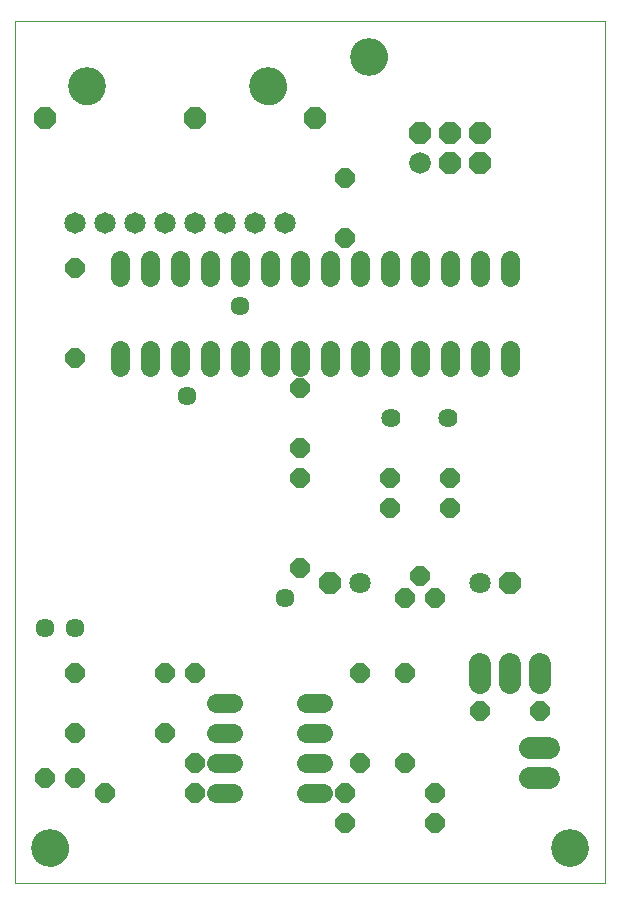
<source format=gbs>
G75*
%MOIN*%
%OFA0B0*%
%FSLAX25Y25*%
%IPPOS*%
%LPD*%
%AMOC8*
5,1,8,0,0,1.08239X$1,22.5*
%
%ADD10C,0.00000*%
%ADD11C,0.12611*%
%ADD12C,0.06400*%
%ADD13OC8,0.06400*%
%ADD14C,0.07200*%
%ADD15C,0.07200*%
%ADD16OC8,0.07200*%
%ADD17C,0.06400*%
%ADD18OC8,0.07100*%
%ADD19C,0.07100*%
%ADD20C,0.07137*%
%ADD21C,0.06350*%
%ADD22OC8,0.07137*%
D10*
X0019478Y0006800D02*
X0019478Y0294202D01*
X0216329Y0294202D01*
X0216329Y0006800D01*
X0019478Y0006800D01*
X0025383Y0018611D02*
X0025385Y0018764D01*
X0025391Y0018918D01*
X0025401Y0019071D01*
X0025415Y0019223D01*
X0025433Y0019376D01*
X0025455Y0019527D01*
X0025480Y0019678D01*
X0025510Y0019829D01*
X0025544Y0019979D01*
X0025581Y0020127D01*
X0025622Y0020275D01*
X0025667Y0020421D01*
X0025716Y0020567D01*
X0025769Y0020711D01*
X0025825Y0020853D01*
X0025885Y0020994D01*
X0025949Y0021134D01*
X0026016Y0021272D01*
X0026087Y0021408D01*
X0026162Y0021542D01*
X0026239Y0021674D01*
X0026321Y0021804D01*
X0026405Y0021932D01*
X0026493Y0022058D01*
X0026584Y0022181D01*
X0026678Y0022302D01*
X0026776Y0022420D01*
X0026876Y0022536D01*
X0026980Y0022649D01*
X0027086Y0022760D01*
X0027195Y0022868D01*
X0027307Y0022973D01*
X0027421Y0023074D01*
X0027539Y0023173D01*
X0027658Y0023269D01*
X0027780Y0023362D01*
X0027905Y0023451D01*
X0028032Y0023538D01*
X0028161Y0023620D01*
X0028292Y0023700D01*
X0028425Y0023776D01*
X0028560Y0023849D01*
X0028697Y0023918D01*
X0028836Y0023983D01*
X0028976Y0024045D01*
X0029118Y0024103D01*
X0029261Y0024158D01*
X0029406Y0024209D01*
X0029552Y0024256D01*
X0029699Y0024299D01*
X0029847Y0024338D01*
X0029996Y0024374D01*
X0030146Y0024405D01*
X0030297Y0024433D01*
X0030448Y0024457D01*
X0030601Y0024477D01*
X0030753Y0024493D01*
X0030906Y0024505D01*
X0031059Y0024513D01*
X0031212Y0024517D01*
X0031366Y0024517D01*
X0031519Y0024513D01*
X0031672Y0024505D01*
X0031825Y0024493D01*
X0031977Y0024477D01*
X0032130Y0024457D01*
X0032281Y0024433D01*
X0032432Y0024405D01*
X0032582Y0024374D01*
X0032731Y0024338D01*
X0032879Y0024299D01*
X0033026Y0024256D01*
X0033172Y0024209D01*
X0033317Y0024158D01*
X0033460Y0024103D01*
X0033602Y0024045D01*
X0033742Y0023983D01*
X0033881Y0023918D01*
X0034018Y0023849D01*
X0034153Y0023776D01*
X0034286Y0023700D01*
X0034417Y0023620D01*
X0034546Y0023538D01*
X0034673Y0023451D01*
X0034798Y0023362D01*
X0034920Y0023269D01*
X0035039Y0023173D01*
X0035157Y0023074D01*
X0035271Y0022973D01*
X0035383Y0022868D01*
X0035492Y0022760D01*
X0035598Y0022649D01*
X0035702Y0022536D01*
X0035802Y0022420D01*
X0035900Y0022302D01*
X0035994Y0022181D01*
X0036085Y0022058D01*
X0036173Y0021932D01*
X0036257Y0021804D01*
X0036339Y0021674D01*
X0036416Y0021542D01*
X0036491Y0021408D01*
X0036562Y0021272D01*
X0036629Y0021134D01*
X0036693Y0020994D01*
X0036753Y0020853D01*
X0036809Y0020711D01*
X0036862Y0020567D01*
X0036911Y0020421D01*
X0036956Y0020275D01*
X0036997Y0020127D01*
X0037034Y0019979D01*
X0037068Y0019829D01*
X0037098Y0019678D01*
X0037123Y0019527D01*
X0037145Y0019376D01*
X0037163Y0019223D01*
X0037177Y0019071D01*
X0037187Y0018918D01*
X0037193Y0018764D01*
X0037195Y0018611D01*
X0037193Y0018458D01*
X0037187Y0018304D01*
X0037177Y0018151D01*
X0037163Y0017999D01*
X0037145Y0017846D01*
X0037123Y0017695D01*
X0037098Y0017544D01*
X0037068Y0017393D01*
X0037034Y0017243D01*
X0036997Y0017095D01*
X0036956Y0016947D01*
X0036911Y0016801D01*
X0036862Y0016655D01*
X0036809Y0016511D01*
X0036753Y0016369D01*
X0036693Y0016228D01*
X0036629Y0016088D01*
X0036562Y0015950D01*
X0036491Y0015814D01*
X0036416Y0015680D01*
X0036339Y0015548D01*
X0036257Y0015418D01*
X0036173Y0015290D01*
X0036085Y0015164D01*
X0035994Y0015041D01*
X0035900Y0014920D01*
X0035802Y0014802D01*
X0035702Y0014686D01*
X0035598Y0014573D01*
X0035492Y0014462D01*
X0035383Y0014354D01*
X0035271Y0014249D01*
X0035157Y0014148D01*
X0035039Y0014049D01*
X0034920Y0013953D01*
X0034798Y0013860D01*
X0034673Y0013771D01*
X0034546Y0013684D01*
X0034417Y0013602D01*
X0034286Y0013522D01*
X0034153Y0013446D01*
X0034018Y0013373D01*
X0033881Y0013304D01*
X0033742Y0013239D01*
X0033602Y0013177D01*
X0033460Y0013119D01*
X0033317Y0013064D01*
X0033172Y0013013D01*
X0033026Y0012966D01*
X0032879Y0012923D01*
X0032731Y0012884D01*
X0032582Y0012848D01*
X0032432Y0012817D01*
X0032281Y0012789D01*
X0032130Y0012765D01*
X0031977Y0012745D01*
X0031825Y0012729D01*
X0031672Y0012717D01*
X0031519Y0012709D01*
X0031366Y0012705D01*
X0031212Y0012705D01*
X0031059Y0012709D01*
X0030906Y0012717D01*
X0030753Y0012729D01*
X0030601Y0012745D01*
X0030448Y0012765D01*
X0030297Y0012789D01*
X0030146Y0012817D01*
X0029996Y0012848D01*
X0029847Y0012884D01*
X0029699Y0012923D01*
X0029552Y0012966D01*
X0029406Y0013013D01*
X0029261Y0013064D01*
X0029118Y0013119D01*
X0028976Y0013177D01*
X0028836Y0013239D01*
X0028697Y0013304D01*
X0028560Y0013373D01*
X0028425Y0013446D01*
X0028292Y0013522D01*
X0028161Y0013602D01*
X0028032Y0013684D01*
X0027905Y0013771D01*
X0027780Y0013860D01*
X0027658Y0013953D01*
X0027539Y0014049D01*
X0027421Y0014148D01*
X0027307Y0014249D01*
X0027195Y0014354D01*
X0027086Y0014462D01*
X0026980Y0014573D01*
X0026876Y0014686D01*
X0026776Y0014802D01*
X0026678Y0014920D01*
X0026584Y0015041D01*
X0026493Y0015164D01*
X0026405Y0015290D01*
X0026321Y0015418D01*
X0026239Y0015548D01*
X0026162Y0015680D01*
X0026087Y0015814D01*
X0026016Y0015950D01*
X0025949Y0016088D01*
X0025885Y0016228D01*
X0025825Y0016369D01*
X0025769Y0016511D01*
X0025716Y0016655D01*
X0025667Y0016801D01*
X0025622Y0016947D01*
X0025581Y0017095D01*
X0025544Y0017243D01*
X0025510Y0017393D01*
X0025480Y0017544D01*
X0025455Y0017695D01*
X0025433Y0017846D01*
X0025415Y0017999D01*
X0025401Y0018151D01*
X0025391Y0018304D01*
X0025385Y0018458D01*
X0025383Y0018611D01*
X0198612Y0018611D02*
X0198614Y0018764D01*
X0198620Y0018918D01*
X0198630Y0019071D01*
X0198644Y0019223D01*
X0198662Y0019376D01*
X0198684Y0019527D01*
X0198709Y0019678D01*
X0198739Y0019829D01*
X0198773Y0019979D01*
X0198810Y0020127D01*
X0198851Y0020275D01*
X0198896Y0020421D01*
X0198945Y0020567D01*
X0198998Y0020711D01*
X0199054Y0020853D01*
X0199114Y0020994D01*
X0199178Y0021134D01*
X0199245Y0021272D01*
X0199316Y0021408D01*
X0199391Y0021542D01*
X0199468Y0021674D01*
X0199550Y0021804D01*
X0199634Y0021932D01*
X0199722Y0022058D01*
X0199813Y0022181D01*
X0199907Y0022302D01*
X0200005Y0022420D01*
X0200105Y0022536D01*
X0200209Y0022649D01*
X0200315Y0022760D01*
X0200424Y0022868D01*
X0200536Y0022973D01*
X0200650Y0023074D01*
X0200768Y0023173D01*
X0200887Y0023269D01*
X0201009Y0023362D01*
X0201134Y0023451D01*
X0201261Y0023538D01*
X0201390Y0023620D01*
X0201521Y0023700D01*
X0201654Y0023776D01*
X0201789Y0023849D01*
X0201926Y0023918D01*
X0202065Y0023983D01*
X0202205Y0024045D01*
X0202347Y0024103D01*
X0202490Y0024158D01*
X0202635Y0024209D01*
X0202781Y0024256D01*
X0202928Y0024299D01*
X0203076Y0024338D01*
X0203225Y0024374D01*
X0203375Y0024405D01*
X0203526Y0024433D01*
X0203677Y0024457D01*
X0203830Y0024477D01*
X0203982Y0024493D01*
X0204135Y0024505D01*
X0204288Y0024513D01*
X0204441Y0024517D01*
X0204595Y0024517D01*
X0204748Y0024513D01*
X0204901Y0024505D01*
X0205054Y0024493D01*
X0205206Y0024477D01*
X0205359Y0024457D01*
X0205510Y0024433D01*
X0205661Y0024405D01*
X0205811Y0024374D01*
X0205960Y0024338D01*
X0206108Y0024299D01*
X0206255Y0024256D01*
X0206401Y0024209D01*
X0206546Y0024158D01*
X0206689Y0024103D01*
X0206831Y0024045D01*
X0206971Y0023983D01*
X0207110Y0023918D01*
X0207247Y0023849D01*
X0207382Y0023776D01*
X0207515Y0023700D01*
X0207646Y0023620D01*
X0207775Y0023538D01*
X0207902Y0023451D01*
X0208027Y0023362D01*
X0208149Y0023269D01*
X0208268Y0023173D01*
X0208386Y0023074D01*
X0208500Y0022973D01*
X0208612Y0022868D01*
X0208721Y0022760D01*
X0208827Y0022649D01*
X0208931Y0022536D01*
X0209031Y0022420D01*
X0209129Y0022302D01*
X0209223Y0022181D01*
X0209314Y0022058D01*
X0209402Y0021932D01*
X0209486Y0021804D01*
X0209568Y0021674D01*
X0209645Y0021542D01*
X0209720Y0021408D01*
X0209791Y0021272D01*
X0209858Y0021134D01*
X0209922Y0020994D01*
X0209982Y0020853D01*
X0210038Y0020711D01*
X0210091Y0020567D01*
X0210140Y0020421D01*
X0210185Y0020275D01*
X0210226Y0020127D01*
X0210263Y0019979D01*
X0210297Y0019829D01*
X0210327Y0019678D01*
X0210352Y0019527D01*
X0210374Y0019376D01*
X0210392Y0019223D01*
X0210406Y0019071D01*
X0210416Y0018918D01*
X0210422Y0018764D01*
X0210424Y0018611D01*
X0210422Y0018458D01*
X0210416Y0018304D01*
X0210406Y0018151D01*
X0210392Y0017999D01*
X0210374Y0017846D01*
X0210352Y0017695D01*
X0210327Y0017544D01*
X0210297Y0017393D01*
X0210263Y0017243D01*
X0210226Y0017095D01*
X0210185Y0016947D01*
X0210140Y0016801D01*
X0210091Y0016655D01*
X0210038Y0016511D01*
X0209982Y0016369D01*
X0209922Y0016228D01*
X0209858Y0016088D01*
X0209791Y0015950D01*
X0209720Y0015814D01*
X0209645Y0015680D01*
X0209568Y0015548D01*
X0209486Y0015418D01*
X0209402Y0015290D01*
X0209314Y0015164D01*
X0209223Y0015041D01*
X0209129Y0014920D01*
X0209031Y0014802D01*
X0208931Y0014686D01*
X0208827Y0014573D01*
X0208721Y0014462D01*
X0208612Y0014354D01*
X0208500Y0014249D01*
X0208386Y0014148D01*
X0208268Y0014049D01*
X0208149Y0013953D01*
X0208027Y0013860D01*
X0207902Y0013771D01*
X0207775Y0013684D01*
X0207646Y0013602D01*
X0207515Y0013522D01*
X0207382Y0013446D01*
X0207247Y0013373D01*
X0207110Y0013304D01*
X0206971Y0013239D01*
X0206831Y0013177D01*
X0206689Y0013119D01*
X0206546Y0013064D01*
X0206401Y0013013D01*
X0206255Y0012966D01*
X0206108Y0012923D01*
X0205960Y0012884D01*
X0205811Y0012848D01*
X0205661Y0012817D01*
X0205510Y0012789D01*
X0205359Y0012765D01*
X0205206Y0012745D01*
X0205054Y0012729D01*
X0204901Y0012717D01*
X0204748Y0012709D01*
X0204595Y0012705D01*
X0204441Y0012705D01*
X0204288Y0012709D01*
X0204135Y0012717D01*
X0203982Y0012729D01*
X0203830Y0012745D01*
X0203677Y0012765D01*
X0203526Y0012789D01*
X0203375Y0012817D01*
X0203225Y0012848D01*
X0203076Y0012884D01*
X0202928Y0012923D01*
X0202781Y0012966D01*
X0202635Y0013013D01*
X0202490Y0013064D01*
X0202347Y0013119D01*
X0202205Y0013177D01*
X0202065Y0013239D01*
X0201926Y0013304D01*
X0201789Y0013373D01*
X0201654Y0013446D01*
X0201521Y0013522D01*
X0201390Y0013602D01*
X0201261Y0013684D01*
X0201134Y0013771D01*
X0201009Y0013860D01*
X0200887Y0013953D01*
X0200768Y0014049D01*
X0200650Y0014148D01*
X0200536Y0014249D01*
X0200424Y0014354D01*
X0200315Y0014462D01*
X0200209Y0014573D01*
X0200105Y0014686D01*
X0200005Y0014802D01*
X0199907Y0014920D01*
X0199813Y0015041D01*
X0199722Y0015164D01*
X0199634Y0015290D01*
X0199550Y0015418D01*
X0199468Y0015548D01*
X0199391Y0015680D01*
X0199316Y0015814D01*
X0199245Y0015950D01*
X0199178Y0016088D01*
X0199114Y0016228D01*
X0199054Y0016369D01*
X0198998Y0016511D01*
X0198945Y0016655D01*
X0198896Y0016801D01*
X0198851Y0016947D01*
X0198810Y0017095D01*
X0198773Y0017243D01*
X0198739Y0017393D01*
X0198709Y0017544D01*
X0198684Y0017695D01*
X0198662Y0017846D01*
X0198644Y0017999D01*
X0198630Y0018151D01*
X0198620Y0018304D01*
X0198614Y0018458D01*
X0198612Y0018611D01*
X0098061Y0272469D02*
X0098063Y0272622D01*
X0098069Y0272776D01*
X0098079Y0272929D01*
X0098093Y0273081D01*
X0098111Y0273234D01*
X0098133Y0273385D01*
X0098158Y0273536D01*
X0098188Y0273687D01*
X0098222Y0273837D01*
X0098259Y0273985D01*
X0098300Y0274133D01*
X0098345Y0274279D01*
X0098394Y0274425D01*
X0098447Y0274569D01*
X0098503Y0274711D01*
X0098563Y0274852D01*
X0098627Y0274992D01*
X0098694Y0275130D01*
X0098765Y0275266D01*
X0098840Y0275400D01*
X0098917Y0275532D01*
X0098999Y0275662D01*
X0099083Y0275790D01*
X0099171Y0275916D01*
X0099262Y0276039D01*
X0099356Y0276160D01*
X0099454Y0276278D01*
X0099554Y0276394D01*
X0099658Y0276507D01*
X0099764Y0276618D01*
X0099873Y0276726D01*
X0099985Y0276831D01*
X0100099Y0276932D01*
X0100217Y0277031D01*
X0100336Y0277127D01*
X0100458Y0277220D01*
X0100583Y0277309D01*
X0100710Y0277396D01*
X0100839Y0277478D01*
X0100970Y0277558D01*
X0101103Y0277634D01*
X0101238Y0277707D01*
X0101375Y0277776D01*
X0101514Y0277841D01*
X0101654Y0277903D01*
X0101796Y0277961D01*
X0101939Y0278016D01*
X0102084Y0278067D01*
X0102230Y0278114D01*
X0102377Y0278157D01*
X0102525Y0278196D01*
X0102674Y0278232D01*
X0102824Y0278263D01*
X0102975Y0278291D01*
X0103126Y0278315D01*
X0103279Y0278335D01*
X0103431Y0278351D01*
X0103584Y0278363D01*
X0103737Y0278371D01*
X0103890Y0278375D01*
X0104044Y0278375D01*
X0104197Y0278371D01*
X0104350Y0278363D01*
X0104503Y0278351D01*
X0104655Y0278335D01*
X0104808Y0278315D01*
X0104959Y0278291D01*
X0105110Y0278263D01*
X0105260Y0278232D01*
X0105409Y0278196D01*
X0105557Y0278157D01*
X0105704Y0278114D01*
X0105850Y0278067D01*
X0105995Y0278016D01*
X0106138Y0277961D01*
X0106280Y0277903D01*
X0106420Y0277841D01*
X0106559Y0277776D01*
X0106696Y0277707D01*
X0106831Y0277634D01*
X0106964Y0277558D01*
X0107095Y0277478D01*
X0107224Y0277396D01*
X0107351Y0277309D01*
X0107476Y0277220D01*
X0107598Y0277127D01*
X0107717Y0277031D01*
X0107835Y0276932D01*
X0107949Y0276831D01*
X0108061Y0276726D01*
X0108170Y0276618D01*
X0108276Y0276507D01*
X0108380Y0276394D01*
X0108480Y0276278D01*
X0108578Y0276160D01*
X0108672Y0276039D01*
X0108763Y0275916D01*
X0108851Y0275790D01*
X0108935Y0275662D01*
X0109017Y0275532D01*
X0109094Y0275400D01*
X0109169Y0275266D01*
X0109240Y0275130D01*
X0109307Y0274992D01*
X0109371Y0274852D01*
X0109431Y0274711D01*
X0109487Y0274569D01*
X0109540Y0274425D01*
X0109589Y0274279D01*
X0109634Y0274133D01*
X0109675Y0273985D01*
X0109712Y0273837D01*
X0109746Y0273687D01*
X0109776Y0273536D01*
X0109801Y0273385D01*
X0109823Y0273234D01*
X0109841Y0273081D01*
X0109855Y0272929D01*
X0109865Y0272776D01*
X0109871Y0272622D01*
X0109873Y0272469D01*
X0109871Y0272316D01*
X0109865Y0272162D01*
X0109855Y0272009D01*
X0109841Y0271857D01*
X0109823Y0271704D01*
X0109801Y0271553D01*
X0109776Y0271402D01*
X0109746Y0271251D01*
X0109712Y0271101D01*
X0109675Y0270953D01*
X0109634Y0270805D01*
X0109589Y0270659D01*
X0109540Y0270513D01*
X0109487Y0270369D01*
X0109431Y0270227D01*
X0109371Y0270086D01*
X0109307Y0269946D01*
X0109240Y0269808D01*
X0109169Y0269672D01*
X0109094Y0269538D01*
X0109017Y0269406D01*
X0108935Y0269276D01*
X0108851Y0269148D01*
X0108763Y0269022D01*
X0108672Y0268899D01*
X0108578Y0268778D01*
X0108480Y0268660D01*
X0108380Y0268544D01*
X0108276Y0268431D01*
X0108170Y0268320D01*
X0108061Y0268212D01*
X0107949Y0268107D01*
X0107835Y0268006D01*
X0107717Y0267907D01*
X0107598Y0267811D01*
X0107476Y0267718D01*
X0107351Y0267629D01*
X0107224Y0267542D01*
X0107095Y0267460D01*
X0106964Y0267380D01*
X0106831Y0267304D01*
X0106696Y0267231D01*
X0106559Y0267162D01*
X0106420Y0267097D01*
X0106280Y0267035D01*
X0106138Y0266977D01*
X0105995Y0266922D01*
X0105850Y0266871D01*
X0105704Y0266824D01*
X0105557Y0266781D01*
X0105409Y0266742D01*
X0105260Y0266706D01*
X0105110Y0266675D01*
X0104959Y0266647D01*
X0104808Y0266623D01*
X0104655Y0266603D01*
X0104503Y0266587D01*
X0104350Y0266575D01*
X0104197Y0266567D01*
X0104044Y0266563D01*
X0103890Y0266563D01*
X0103737Y0266567D01*
X0103584Y0266575D01*
X0103431Y0266587D01*
X0103279Y0266603D01*
X0103126Y0266623D01*
X0102975Y0266647D01*
X0102824Y0266675D01*
X0102674Y0266706D01*
X0102525Y0266742D01*
X0102377Y0266781D01*
X0102230Y0266824D01*
X0102084Y0266871D01*
X0101939Y0266922D01*
X0101796Y0266977D01*
X0101654Y0267035D01*
X0101514Y0267097D01*
X0101375Y0267162D01*
X0101238Y0267231D01*
X0101103Y0267304D01*
X0100970Y0267380D01*
X0100839Y0267460D01*
X0100710Y0267542D01*
X0100583Y0267629D01*
X0100458Y0267718D01*
X0100336Y0267811D01*
X0100217Y0267907D01*
X0100099Y0268006D01*
X0099985Y0268107D01*
X0099873Y0268212D01*
X0099764Y0268320D01*
X0099658Y0268431D01*
X0099554Y0268544D01*
X0099454Y0268660D01*
X0099356Y0268778D01*
X0099262Y0268899D01*
X0099171Y0269022D01*
X0099083Y0269148D01*
X0098999Y0269276D01*
X0098917Y0269406D01*
X0098840Y0269538D01*
X0098765Y0269672D01*
X0098694Y0269808D01*
X0098627Y0269946D01*
X0098563Y0270086D01*
X0098503Y0270227D01*
X0098447Y0270369D01*
X0098394Y0270513D01*
X0098345Y0270659D01*
X0098300Y0270805D01*
X0098259Y0270953D01*
X0098222Y0271101D01*
X0098188Y0271251D01*
X0098158Y0271402D01*
X0098133Y0271553D01*
X0098111Y0271704D01*
X0098093Y0271857D01*
X0098079Y0272009D01*
X0098069Y0272162D01*
X0098063Y0272316D01*
X0098061Y0272469D01*
X0131683Y0282391D02*
X0131685Y0282544D01*
X0131691Y0282698D01*
X0131701Y0282851D01*
X0131715Y0283003D01*
X0131733Y0283156D01*
X0131755Y0283307D01*
X0131780Y0283458D01*
X0131810Y0283609D01*
X0131844Y0283759D01*
X0131881Y0283907D01*
X0131922Y0284055D01*
X0131967Y0284201D01*
X0132016Y0284347D01*
X0132069Y0284491D01*
X0132125Y0284633D01*
X0132185Y0284774D01*
X0132249Y0284914D01*
X0132316Y0285052D01*
X0132387Y0285188D01*
X0132462Y0285322D01*
X0132539Y0285454D01*
X0132621Y0285584D01*
X0132705Y0285712D01*
X0132793Y0285838D01*
X0132884Y0285961D01*
X0132978Y0286082D01*
X0133076Y0286200D01*
X0133176Y0286316D01*
X0133280Y0286429D01*
X0133386Y0286540D01*
X0133495Y0286648D01*
X0133607Y0286753D01*
X0133721Y0286854D01*
X0133839Y0286953D01*
X0133958Y0287049D01*
X0134080Y0287142D01*
X0134205Y0287231D01*
X0134332Y0287318D01*
X0134461Y0287400D01*
X0134592Y0287480D01*
X0134725Y0287556D01*
X0134860Y0287629D01*
X0134997Y0287698D01*
X0135136Y0287763D01*
X0135276Y0287825D01*
X0135418Y0287883D01*
X0135561Y0287938D01*
X0135706Y0287989D01*
X0135852Y0288036D01*
X0135999Y0288079D01*
X0136147Y0288118D01*
X0136296Y0288154D01*
X0136446Y0288185D01*
X0136597Y0288213D01*
X0136748Y0288237D01*
X0136901Y0288257D01*
X0137053Y0288273D01*
X0137206Y0288285D01*
X0137359Y0288293D01*
X0137512Y0288297D01*
X0137666Y0288297D01*
X0137819Y0288293D01*
X0137972Y0288285D01*
X0138125Y0288273D01*
X0138277Y0288257D01*
X0138430Y0288237D01*
X0138581Y0288213D01*
X0138732Y0288185D01*
X0138882Y0288154D01*
X0139031Y0288118D01*
X0139179Y0288079D01*
X0139326Y0288036D01*
X0139472Y0287989D01*
X0139617Y0287938D01*
X0139760Y0287883D01*
X0139902Y0287825D01*
X0140042Y0287763D01*
X0140181Y0287698D01*
X0140318Y0287629D01*
X0140453Y0287556D01*
X0140586Y0287480D01*
X0140717Y0287400D01*
X0140846Y0287318D01*
X0140973Y0287231D01*
X0141098Y0287142D01*
X0141220Y0287049D01*
X0141339Y0286953D01*
X0141457Y0286854D01*
X0141571Y0286753D01*
X0141683Y0286648D01*
X0141792Y0286540D01*
X0141898Y0286429D01*
X0142002Y0286316D01*
X0142102Y0286200D01*
X0142200Y0286082D01*
X0142294Y0285961D01*
X0142385Y0285838D01*
X0142473Y0285712D01*
X0142557Y0285584D01*
X0142639Y0285454D01*
X0142716Y0285322D01*
X0142791Y0285188D01*
X0142862Y0285052D01*
X0142929Y0284914D01*
X0142993Y0284774D01*
X0143053Y0284633D01*
X0143109Y0284491D01*
X0143162Y0284347D01*
X0143211Y0284201D01*
X0143256Y0284055D01*
X0143297Y0283907D01*
X0143334Y0283759D01*
X0143368Y0283609D01*
X0143398Y0283458D01*
X0143423Y0283307D01*
X0143445Y0283156D01*
X0143463Y0283003D01*
X0143477Y0282851D01*
X0143487Y0282698D01*
X0143493Y0282544D01*
X0143495Y0282391D01*
X0143493Y0282238D01*
X0143487Y0282084D01*
X0143477Y0281931D01*
X0143463Y0281779D01*
X0143445Y0281626D01*
X0143423Y0281475D01*
X0143398Y0281324D01*
X0143368Y0281173D01*
X0143334Y0281023D01*
X0143297Y0280875D01*
X0143256Y0280727D01*
X0143211Y0280581D01*
X0143162Y0280435D01*
X0143109Y0280291D01*
X0143053Y0280149D01*
X0142993Y0280008D01*
X0142929Y0279868D01*
X0142862Y0279730D01*
X0142791Y0279594D01*
X0142716Y0279460D01*
X0142639Y0279328D01*
X0142557Y0279198D01*
X0142473Y0279070D01*
X0142385Y0278944D01*
X0142294Y0278821D01*
X0142200Y0278700D01*
X0142102Y0278582D01*
X0142002Y0278466D01*
X0141898Y0278353D01*
X0141792Y0278242D01*
X0141683Y0278134D01*
X0141571Y0278029D01*
X0141457Y0277928D01*
X0141339Y0277829D01*
X0141220Y0277733D01*
X0141098Y0277640D01*
X0140973Y0277551D01*
X0140846Y0277464D01*
X0140717Y0277382D01*
X0140586Y0277302D01*
X0140453Y0277226D01*
X0140318Y0277153D01*
X0140181Y0277084D01*
X0140042Y0277019D01*
X0139902Y0276957D01*
X0139760Y0276899D01*
X0139617Y0276844D01*
X0139472Y0276793D01*
X0139326Y0276746D01*
X0139179Y0276703D01*
X0139031Y0276664D01*
X0138882Y0276628D01*
X0138732Y0276597D01*
X0138581Y0276569D01*
X0138430Y0276545D01*
X0138277Y0276525D01*
X0138125Y0276509D01*
X0137972Y0276497D01*
X0137819Y0276489D01*
X0137666Y0276485D01*
X0137512Y0276485D01*
X0137359Y0276489D01*
X0137206Y0276497D01*
X0137053Y0276509D01*
X0136901Y0276525D01*
X0136748Y0276545D01*
X0136597Y0276569D01*
X0136446Y0276597D01*
X0136296Y0276628D01*
X0136147Y0276664D01*
X0135999Y0276703D01*
X0135852Y0276746D01*
X0135706Y0276793D01*
X0135561Y0276844D01*
X0135418Y0276899D01*
X0135276Y0276957D01*
X0135136Y0277019D01*
X0134997Y0277084D01*
X0134860Y0277153D01*
X0134725Y0277226D01*
X0134592Y0277302D01*
X0134461Y0277382D01*
X0134332Y0277464D01*
X0134205Y0277551D01*
X0134080Y0277640D01*
X0133958Y0277733D01*
X0133839Y0277829D01*
X0133721Y0277928D01*
X0133607Y0278029D01*
X0133495Y0278134D01*
X0133386Y0278242D01*
X0133280Y0278353D01*
X0133176Y0278466D01*
X0133076Y0278582D01*
X0132978Y0278700D01*
X0132884Y0278821D01*
X0132793Y0278944D01*
X0132705Y0279070D01*
X0132621Y0279198D01*
X0132539Y0279328D01*
X0132462Y0279460D01*
X0132387Y0279594D01*
X0132316Y0279730D01*
X0132249Y0279868D01*
X0132185Y0280008D01*
X0132125Y0280149D01*
X0132069Y0280291D01*
X0132016Y0280435D01*
X0131967Y0280581D01*
X0131922Y0280727D01*
X0131881Y0280875D01*
X0131844Y0281023D01*
X0131810Y0281173D01*
X0131780Y0281324D01*
X0131755Y0281475D01*
X0131733Y0281626D01*
X0131715Y0281779D01*
X0131701Y0281931D01*
X0131691Y0282084D01*
X0131685Y0282238D01*
X0131683Y0282391D01*
X0037509Y0272469D02*
X0037511Y0272622D01*
X0037517Y0272776D01*
X0037527Y0272929D01*
X0037541Y0273081D01*
X0037559Y0273234D01*
X0037581Y0273385D01*
X0037606Y0273536D01*
X0037636Y0273687D01*
X0037670Y0273837D01*
X0037707Y0273985D01*
X0037748Y0274133D01*
X0037793Y0274279D01*
X0037842Y0274425D01*
X0037895Y0274569D01*
X0037951Y0274711D01*
X0038011Y0274852D01*
X0038075Y0274992D01*
X0038142Y0275130D01*
X0038213Y0275266D01*
X0038288Y0275400D01*
X0038365Y0275532D01*
X0038447Y0275662D01*
X0038531Y0275790D01*
X0038619Y0275916D01*
X0038710Y0276039D01*
X0038804Y0276160D01*
X0038902Y0276278D01*
X0039002Y0276394D01*
X0039106Y0276507D01*
X0039212Y0276618D01*
X0039321Y0276726D01*
X0039433Y0276831D01*
X0039547Y0276932D01*
X0039665Y0277031D01*
X0039784Y0277127D01*
X0039906Y0277220D01*
X0040031Y0277309D01*
X0040158Y0277396D01*
X0040287Y0277478D01*
X0040418Y0277558D01*
X0040551Y0277634D01*
X0040686Y0277707D01*
X0040823Y0277776D01*
X0040962Y0277841D01*
X0041102Y0277903D01*
X0041244Y0277961D01*
X0041387Y0278016D01*
X0041532Y0278067D01*
X0041678Y0278114D01*
X0041825Y0278157D01*
X0041973Y0278196D01*
X0042122Y0278232D01*
X0042272Y0278263D01*
X0042423Y0278291D01*
X0042574Y0278315D01*
X0042727Y0278335D01*
X0042879Y0278351D01*
X0043032Y0278363D01*
X0043185Y0278371D01*
X0043338Y0278375D01*
X0043492Y0278375D01*
X0043645Y0278371D01*
X0043798Y0278363D01*
X0043951Y0278351D01*
X0044103Y0278335D01*
X0044256Y0278315D01*
X0044407Y0278291D01*
X0044558Y0278263D01*
X0044708Y0278232D01*
X0044857Y0278196D01*
X0045005Y0278157D01*
X0045152Y0278114D01*
X0045298Y0278067D01*
X0045443Y0278016D01*
X0045586Y0277961D01*
X0045728Y0277903D01*
X0045868Y0277841D01*
X0046007Y0277776D01*
X0046144Y0277707D01*
X0046279Y0277634D01*
X0046412Y0277558D01*
X0046543Y0277478D01*
X0046672Y0277396D01*
X0046799Y0277309D01*
X0046924Y0277220D01*
X0047046Y0277127D01*
X0047165Y0277031D01*
X0047283Y0276932D01*
X0047397Y0276831D01*
X0047509Y0276726D01*
X0047618Y0276618D01*
X0047724Y0276507D01*
X0047828Y0276394D01*
X0047928Y0276278D01*
X0048026Y0276160D01*
X0048120Y0276039D01*
X0048211Y0275916D01*
X0048299Y0275790D01*
X0048383Y0275662D01*
X0048465Y0275532D01*
X0048542Y0275400D01*
X0048617Y0275266D01*
X0048688Y0275130D01*
X0048755Y0274992D01*
X0048819Y0274852D01*
X0048879Y0274711D01*
X0048935Y0274569D01*
X0048988Y0274425D01*
X0049037Y0274279D01*
X0049082Y0274133D01*
X0049123Y0273985D01*
X0049160Y0273837D01*
X0049194Y0273687D01*
X0049224Y0273536D01*
X0049249Y0273385D01*
X0049271Y0273234D01*
X0049289Y0273081D01*
X0049303Y0272929D01*
X0049313Y0272776D01*
X0049319Y0272622D01*
X0049321Y0272469D01*
X0049319Y0272316D01*
X0049313Y0272162D01*
X0049303Y0272009D01*
X0049289Y0271857D01*
X0049271Y0271704D01*
X0049249Y0271553D01*
X0049224Y0271402D01*
X0049194Y0271251D01*
X0049160Y0271101D01*
X0049123Y0270953D01*
X0049082Y0270805D01*
X0049037Y0270659D01*
X0048988Y0270513D01*
X0048935Y0270369D01*
X0048879Y0270227D01*
X0048819Y0270086D01*
X0048755Y0269946D01*
X0048688Y0269808D01*
X0048617Y0269672D01*
X0048542Y0269538D01*
X0048465Y0269406D01*
X0048383Y0269276D01*
X0048299Y0269148D01*
X0048211Y0269022D01*
X0048120Y0268899D01*
X0048026Y0268778D01*
X0047928Y0268660D01*
X0047828Y0268544D01*
X0047724Y0268431D01*
X0047618Y0268320D01*
X0047509Y0268212D01*
X0047397Y0268107D01*
X0047283Y0268006D01*
X0047165Y0267907D01*
X0047046Y0267811D01*
X0046924Y0267718D01*
X0046799Y0267629D01*
X0046672Y0267542D01*
X0046543Y0267460D01*
X0046412Y0267380D01*
X0046279Y0267304D01*
X0046144Y0267231D01*
X0046007Y0267162D01*
X0045868Y0267097D01*
X0045728Y0267035D01*
X0045586Y0266977D01*
X0045443Y0266922D01*
X0045298Y0266871D01*
X0045152Y0266824D01*
X0045005Y0266781D01*
X0044857Y0266742D01*
X0044708Y0266706D01*
X0044558Y0266675D01*
X0044407Y0266647D01*
X0044256Y0266623D01*
X0044103Y0266603D01*
X0043951Y0266587D01*
X0043798Y0266575D01*
X0043645Y0266567D01*
X0043492Y0266563D01*
X0043338Y0266563D01*
X0043185Y0266567D01*
X0043032Y0266575D01*
X0042879Y0266587D01*
X0042727Y0266603D01*
X0042574Y0266623D01*
X0042423Y0266647D01*
X0042272Y0266675D01*
X0042122Y0266706D01*
X0041973Y0266742D01*
X0041825Y0266781D01*
X0041678Y0266824D01*
X0041532Y0266871D01*
X0041387Y0266922D01*
X0041244Y0266977D01*
X0041102Y0267035D01*
X0040962Y0267097D01*
X0040823Y0267162D01*
X0040686Y0267231D01*
X0040551Y0267304D01*
X0040418Y0267380D01*
X0040287Y0267460D01*
X0040158Y0267542D01*
X0040031Y0267629D01*
X0039906Y0267718D01*
X0039784Y0267811D01*
X0039665Y0267907D01*
X0039547Y0268006D01*
X0039433Y0268107D01*
X0039321Y0268212D01*
X0039212Y0268320D01*
X0039106Y0268431D01*
X0039002Y0268544D01*
X0038902Y0268660D01*
X0038804Y0268778D01*
X0038710Y0268899D01*
X0038619Y0269022D01*
X0038531Y0269148D01*
X0038447Y0269276D01*
X0038365Y0269406D01*
X0038288Y0269538D01*
X0038213Y0269672D01*
X0038142Y0269808D01*
X0038075Y0269946D01*
X0038011Y0270086D01*
X0037951Y0270227D01*
X0037895Y0270369D01*
X0037842Y0270513D01*
X0037793Y0270659D01*
X0037748Y0270805D01*
X0037707Y0270953D01*
X0037670Y0271101D01*
X0037636Y0271251D01*
X0037606Y0271402D01*
X0037581Y0271553D01*
X0037559Y0271704D01*
X0037541Y0271857D01*
X0037527Y0272009D01*
X0037517Y0272162D01*
X0037511Y0272316D01*
X0037509Y0272469D01*
D11*
X0043415Y0272469D03*
X0103967Y0272469D03*
X0137589Y0282391D03*
X0204518Y0018611D03*
X0031289Y0018611D03*
D12*
X0086678Y0036800D02*
X0092278Y0036800D01*
X0092278Y0046800D02*
X0086678Y0046800D01*
X0086678Y0056800D02*
X0092278Y0056800D01*
X0092278Y0066800D02*
X0086678Y0066800D01*
X0116678Y0066800D02*
X0122278Y0066800D01*
X0122278Y0056800D02*
X0116678Y0056800D01*
X0116678Y0046800D02*
X0122278Y0046800D01*
X0122278Y0036800D02*
X0116678Y0036800D01*
X0114478Y0179000D02*
X0114478Y0184600D01*
X0104478Y0184600D02*
X0104478Y0179000D01*
X0094478Y0179000D02*
X0094478Y0184600D01*
X0084478Y0184600D02*
X0084478Y0179000D01*
X0074478Y0179000D02*
X0074478Y0184600D01*
X0064478Y0184600D02*
X0064478Y0179000D01*
X0054478Y0179000D02*
X0054478Y0184600D01*
X0054478Y0209000D02*
X0054478Y0214600D01*
X0064478Y0214600D02*
X0064478Y0209000D01*
X0074478Y0209000D02*
X0074478Y0214600D01*
X0084478Y0214600D02*
X0084478Y0209000D01*
X0094478Y0209000D02*
X0094478Y0214600D01*
X0104478Y0214600D02*
X0104478Y0209000D01*
X0114478Y0209000D02*
X0114478Y0214600D01*
X0124478Y0214600D02*
X0124478Y0209000D01*
X0134478Y0209000D02*
X0134478Y0214600D01*
X0144478Y0214600D02*
X0144478Y0209000D01*
X0154478Y0209000D02*
X0154478Y0214600D01*
X0164478Y0214600D02*
X0164478Y0209000D01*
X0174478Y0209000D02*
X0174478Y0214600D01*
X0184478Y0214600D02*
X0184478Y0209000D01*
X0184478Y0184600D02*
X0184478Y0179000D01*
X0174478Y0179000D02*
X0174478Y0184600D01*
X0164478Y0184600D02*
X0164478Y0179000D01*
X0154478Y0179000D02*
X0154478Y0184600D01*
X0144478Y0184600D02*
X0144478Y0179000D01*
X0134478Y0179000D02*
X0134478Y0184600D01*
X0124478Y0184600D02*
X0124478Y0179000D01*
D13*
X0114478Y0171800D03*
X0114478Y0151800D03*
X0114478Y0141800D03*
X0114478Y0111800D03*
X0134478Y0076800D03*
X0149478Y0076800D03*
X0149478Y0101800D03*
X0154478Y0109300D03*
X0159478Y0101800D03*
X0164478Y0131800D03*
X0164478Y0141800D03*
X0144478Y0141800D03*
X0144478Y0131800D03*
X0174478Y0064300D03*
X0194478Y0064300D03*
X0159478Y0036800D03*
X0159478Y0026800D03*
X0149478Y0046800D03*
X0134478Y0046800D03*
X0129478Y0036800D03*
X0129478Y0026800D03*
X0079478Y0036800D03*
X0079478Y0046800D03*
X0069478Y0056800D03*
X0069478Y0076800D03*
X0079478Y0076800D03*
X0049478Y0036800D03*
X0039478Y0041800D03*
X0029478Y0041800D03*
X0039478Y0056800D03*
X0039478Y0076800D03*
X0039478Y0181800D03*
X0039478Y0211800D03*
X0129478Y0221800D03*
X0129478Y0241800D03*
D14*
X0174478Y0080000D02*
X0174478Y0073600D01*
X0184478Y0073600D02*
X0184478Y0080000D01*
X0194478Y0080000D02*
X0194478Y0073600D01*
X0197678Y0051800D02*
X0191278Y0051800D01*
X0191278Y0041800D02*
X0197678Y0041800D01*
D15*
X0154478Y0246800D03*
D16*
X0154478Y0256800D03*
X0164478Y0256800D03*
X0164478Y0246800D03*
X0174478Y0246800D03*
X0174478Y0256800D03*
D17*
X0163978Y0161800D03*
X0144978Y0161800D03*
D18*
X0124478Y0106800D03*
X0184478Y0106800D03*
D19*
X0174478Y0106800D03*
X0134478Y0106800D03*
D20*
X0109478Y0226800D03*
X0099478Y0226800D03*
X0089478Y0226800D03*
X0079478Y0226800D03*
X0069478Y0226800D03*
X0059478Y0226800D03*
X0049478Y0226800D03*
X0039478Y0226800D03*
D21*
X0076978Y0169300D03*
X0094478Y0199300D03*
X0109478Y0101800D03*
X0039478Y0091800D03*
X0029478Y0091800D03*
D22*
X0029478Y0261800D03*
X0079478Y0261800D03*
X0119478Y0261800D03*
M02*

</source>
